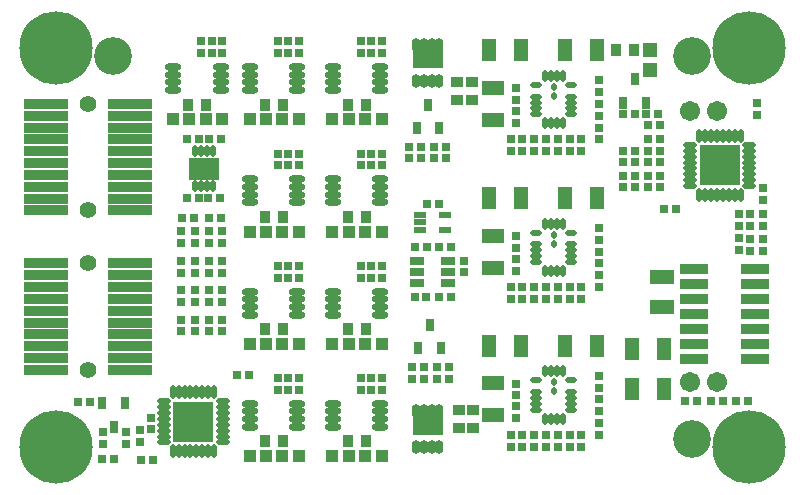
<source format=gbs>
G04 Layer_Color=16711935*
%FSLAX44Y44*%
%MOMM*%
G71*
G01*
G75*
G04:AMPARAMS|DCode=103|XSize=0.5032mm|YSize=1.0032mm|CornerRadius=0.1766mm|HoleSize=0mm|Usage=FLASHONLY|Rotation=270.000|XOffset=0mm|YOffset=0mm|HoleType=Round|Shape=RoundedRectangle|*
%AMROUNDEDRECTD103*
21,1,0.5032,0.6500,0,0,270.0*
21,1,0.1500,1.0032,0,0,270.0*
1,1,0.3532,-0.3250,-0.0750*
1,1,0.3532,-0.3250,0.0750*
1,1,0.3532,0.3250,0.0750*
1,1,0.3532,0.3250,-0.0750*
%
%ADD103ROUNDEDRECTD103*%
%ADD106R,0.9032X1.1032*%
%ADD120R,0.8032X0.8032*%
%ADD121R,0.8032X0.8032*%
%ADD124C,1.3932*%
%ADD125C,3.2032*%
%ADD126C,6.2032*%
%ADD127C,1.7032*%
%ADD128R,0.7532X1.0032*%
%ADD129R,1.2032X1.3032*%
%ADD130R,1.0032X1.1032*%
G04:AMPARAMS|DCode=131|XSize=0.6532mm|YSize=1.1032mm|CornerRadius=0.2141mm|HoleSize=0mm|Usage=FLASHONLY|Rotation=0.000|XOffset=0mm|YOffset=0mm|HoleType=Round|Shape=RoundedRectangle|*
%AMROUNDEDRECTD131*
21,1,0.6532,0.6750,0,0,0.0*
21,1,0.2250,1.1032,0,0,0.0*
1,1,0.4282,0.1125,-0.3375*
1,1,0.4282,-0.1125,-0.3375*
1,1,0.4282,-0.1125,0.3375*
1,1,0.4282,0.1125,0.3375*
%
%ADD131ROUNDEDRECTD131*%
%ADD132R,2.6032X1.9032*%
%ADD133R,1.3032X1.9032*%
%ADD134R,2.4032X0.8532*%
G04:AMPARAMS|DCode=135|XSize=0.6032mm|YSize=1.3032mm|CornerRadius=0.2016mm|HoleSize=0mm|Usage=FLASHONLY|Rotation=270.000|XOffset=0mm|YOffset=0mm|HoleType=Round|Shape=RoundedRectangle|*
%AMROUNDEDRECTD135*
21,1,0.6032,0.9000,0,0,270.0*
21,1,0.2000,1.3032,0,0,270.0*
1,1,0.4032,-0.4500,-0.1000*
1,1,0.4032,-0.4500,0.1000*
1,1,0.4032,0.4500,0.1000*
1,1,0.4032,0.4500,-0.1000*
%
%ADD135ROUNDEDRECTD135*%
%ADD136R,1.9032X1.3032*%
G04:AMPARAMS|DCode=137|XSize=0.5032mm|YSize=1.0032mm|CornerRadius=0.1766mm|HoleSize=0mm|Usage=FLASHONLY|Rotation=0.000|XOffset=0mm|YOffset=0mm|HoleType=Round|Shape=RoundedRectangle|*
%AMROUNDEDRECTD137*
21,1,0.5032,0.6500,0,0,0.0*
21,1,0.1500,1.0032,0,0,0.0*
1,1,0.3532,0.0750,-0.3250*
1,1,0.3532,-0.0750,-0.3250*
1,1,0.3532,-0.0750,0.3250*
1,1,0.3532,0.0750,0.3250*
%
%ADD137ROUNDEDRECTD137*%
G04:AMPARAMS|DCode=138|XSize=0.4732mm|YSize=0.6532mm|CornerRadius=0.1691mm|HoleSize=0mm|Usage=FLASHONLY|Rotation=0.000|XOffset=0mm|YOffset=0mm|HoleType=Round|Shape=RoundedRectangle|*
%AMROUNDEDRECTD138*
21,1,0.4732,0.3150,0,0,0.0*
21,1,0.1350,0.6532,0,0,0.0*
1,1,0.3382,0.0675,-0.1575*
1,1,0.3382,-0.0675,-0.1575*
1,1,0.3382,-0.0675,0.1575*
1,1,0.3382,0.0675,0.1575*
%
%ADD138ROUNDEDRECTD138*%
%ADD139R,2.0032X1.2032*%
%ADD140R,3.7532X0.8132*%
%ADD141R,1.2032X0.7532*%
%ADD142R,1.0032X0.6032*%
G04:AMPARAMS|DCode=143|XSize=0.5032mm|YSize=1.2032mm|CornerRadius=0.1766mm|HoleSize=0mm|Usage=FLASHONLY|Rotation=0.000|XOffset=0mm|YOffset=0mm|HoleType=Round|Shape=RoundedRectangle|*
%AMROUNDEDRECTD143*
21,1,0.5032,0.8500,0,0,0.0*
21,1,0.1500,1.2032,0,0,0.0*
1,1,0.3532,0.0750,-0.4250*
1,1,0.3532,-0.0750,-0.4250*
1,1,0.3532,-0.0750,0.4250*
1,1,0.3532,0.0750,0.4250*
%
%ADD143ROUNDEDRECTD143*%
G04:AMPARAMS|DCode=144|XSize=0.5032mm|YSize=1.2032mm|CornerRadius=0.1766mm|HoleSize=0mm|Usage=FLASHONLY|Rotation=90.000|XOffset=0mm|YOffset=0mm|HoleType=Round|Shape=RoundedRectangle|*
%AMROUNDEDRECTD144*
21,1,0.5032,0.8500,0,0,90.0*
21,1,0.1500,1.2032,0,0,90.0*
1,1,0.3532,0.4250,0.0750*
1,1,0.3532,0.4250,-0.0750*
1,1,0.3532,-0.4250,-0.0750*
1,1,0.3532,-0.4250,0.0750*
%
%ADD144ROUNDEDRECTD144*%
%ADD145R,3.3532X3.3532*%
%ADD146R,3.3532X3.3532*%
%ADD147R,2.6032X1.8532*%
%ADD148R,1.1032X0.9032*%
D103*
X406571Y281243D02*
D03*
Y286243D02*
D03*
Y291243D02*
D03*
Y296243D02*
D03*
Y306243D02*
D03*
X436571D02*
D03*
Y296243D02*
D03*
Y291243D02*
D03*
Y286243D02*
D03*
Y281243D02*
D03*
X406571Y156243D02*
D03*
Y161243D02*
D03*
Y166243D02*
D03*
Y171243D02*
D03*
Y181243D02*
D03*
X436571D02*
D03*
Y171243D02*
D03*
Y166243D02*
D03*
Y161243D02*
D03*
Y156243D02*
D03*
X406571Y31242D02*
D03*
Y36242D02*
D03*
Y41242D02*
D03*
Y46242D02*
D03*
Y56242D02*
D03*
X436571D02*
D03*
Y46242D02*
D03*
Y41242D02*
D03*
Y36242D02*
D03*
Y31242D02*
D03*
D106*
X127250Y289500D02*
D03*
X112250D02*
D03*
X192250D02*
D03*
X177250D02*
D03*
X262250D02*
D03*
X247250D02*
D03*
X192250Y194500D02*
D03*
X177250D02*
D03*
X262250D02*
D03*
X247250D02*
D03*
X192250Y99500D02*
D03*
X177250D02*
D03*
X262250D02*
D03*
X247250D02*
D03*
X192250Y4500D02*
D03*
X177250D02*
D03*
X262250D02*
D03*
X247250D02*
D03*
X489250Y335750D02*
D03*
X474250D02*
D03*
D120*
X330750Y254000D02*
D03*
Y244000D02*
D03*
X320167Y254000D02*
D03*
Y244000D02*
D03*
X299000Y254000D02*
D03*
Y244000D02*
D03*
X333000Y57500D02*
D03*
Y67500D02*
D03*
X322417Y57500D02*
D03*
Y67500D02*
D03*
X301250Y57500D02*
D03*
Y67500D02*
D03*
X309583Y254000D02*
D03*
Y244000D02*
D03*
X311833Y57500D02*
D03*
Y67500D02*
D03*
X593750Y290750D02*
D03*
Y280750D02*
D03*
X588000Y196500D02*
D03*
Y186500D02*
D03*
X599000Y196500D02*
D03*
Y186500D02*
D03*
X588000Y176000D02*
D03*
Y166000D02*
D03*
X599000D02*
D03*
Y176000D02*
D03*
X188000Y48000D02*
D03*
Y58000D02*
D03*
X258000D02*
D03*
Y48000D02*
D03*
X188000Y143000D02*
D03*
Y153000D02*
D03*
X258000D02*
D03*
Y143000D02*
D03*
X188000Y238000D02*
D03*
Y248000D02*
D03*
X258000D02*
D03*
Y238000D02*
D03*
Y333000D02*
D03*
Y343000D02*
D03*
X188000D02*
D03*
Y333000D02*
D03*
X123000D02*
D03*
Y343000D02*
D03*
X117437Y107500D02*
D03*
Y97500D02*
D03*
X140719D02*
D03*
Y107500D02*
D03*
X117437Y132417D02*
D03*
Y122417D02*
D03*
X140719D02*
D03*
Y132417D02*
D03*
X117437Y157333D02*
D03*
Y147333D02*
D03*
X140719D02*
D03*
Y157333D02*
D03*
Y172250D02*
D03*
Y182250D02*
D03*
X117437D02*
D03*
Y172250D02*
D03*
X389571Y43243D02*
D03*
Y53243D02*
D03*
Y178242D02*
D03*
Y168242D02*
D03*
Y293242D02*
D03*
Y303242D02*
D03*
X425000Y10000D02*
D03*
Y0D02*
D03*
Y125000D02*
D03*
Y135000D02*
D03*
Y260000D02*
D03*
Y250000D02*
D03*
X460000Y20000D02*
D03*
Y10000D02*
D03*
Y135000D02*
D03*
Y145000D02*
D03*
Y270000D02*
D03*
Y260000D02*
D03*
X389571Y23993D02*
D03*
Y33993D02*
D03*
Y158993D02*
D03*
Y148993D02*
D03*
Y273993D02*
D03*
Y283993D02*
D03*
X405000Y0D02*
D03*
Y10000D02*
D03*
Y135000D02*
D03*
Y125000D02*
D03*
Y250000D02*
D03*
Y260000D02*
D03*
X206000Y58000D02*
D03*
Y48000D02*
D03*
X276000D02*
D03*
Y58000D02*
D03*
X206000Y153000D02*
D03*
Y143000D02*
D03*
X276000D02*
D03*
Y153000D02*
D03*
X206000Y248000D02*
D03*
Y238000D02*
D03*
X276000D02*
D03*
Y248000D02*
D03*
Y343000D02*
D03*
Y333000D02*
D03*
X206000D02*
D03*
Y343000D02*
D03*
X141000D02*
D03*
Y333000D02*
D03*
X197000Y48000D02*
D03*
Y58000D02*
D03*
X267000D02*
D03*
Y48000D02*
D03*
X197000Y143000D02*
D03*
Y153000D02*
D03*
X267000D02*
D03*
Y143000D02*
D03*
X197000Y238000D02*
D03*
Y248000D02*
D03*
X267000D02*
D03*
Y238000D02*
D03*
Y333000D02*
D03*
Y343000D02*
D03*
X197000D02*
D03*
Y333000D02*
D03*
X132000D02*
D03*
Y343000D02*
D03*
X106094Y107500D02*
D03*
Y97500D02*
D03*
X129375D02*
D03*
Y107500D02*
D03*
X106094Y132417D02*
D03*
Y122417D02*
D03*
X129375D02*
D03*
Y132417D02*
D03*
X106094Y157333D02*
D03*
Y147333D02*
D03*
X129375D02*
D03*
Y157333D02*
D03*
Y172250D02*
D03*
Y182250D02*
D03*
X106094D02*
D03*
Y172250D02*
D03*
X460000Y60000D02*
D03*
Y50000D02*
D03*
Y175000D02*
D03*
Y185000D02*
D03*
Y310000D02*
D03*
Y300000D02*
D03*
X395000Y10000D02*
D03*
Y0D02*
D03*
Y125000D02*
D03*
Y135000D02*
D03*
Y260000D02*
D03*
Y250000D02*
D03*
X415000Y0D02*
D03*
Y10000D02*
D03*
Y135000D02*
D03*
Y125000D02*
D03*
Y250000D02*
D03*
Y260000D02*
D03*
X435000Y0D02*
D03*
Y10000D02*
D03*
Y135000D02*
D03*
Y125000D02*
D03*
Y250000D02*
D03*
Y260000D02*
D03*
X345250Y147500D02*
D03*
Y157500D02*
D03*
X445000Y0D02*
D03*
Y10000D02*
D03*
Y135000D02*
D03*
Y125000D02*
D03*
Y250000D02*
D03*
Y260000D02*
D03*
X460000Y40000D02*
D03*
Y30000D02*
D03*
Y155000D02*
D03*
Y165000D02*
D03*
Y290000D02*
D03*
Y280000D02*
D03*
X385000Y10000D02*
D03*
Y0D02*
D03*
Y125000D02*
D03*
Y135000D02*
D03*
Y260000D02*
D03*
Y250000D02*
D03*
X599000Y218750D02*
D03*
Y208750D02*
D03*
X59500Y2000D02*
D03*
Y12000D02*
D03*
X39750Y12250D02*
D03*
Y2250D02*
D03*
X578750Y176250D02*
D03*
Y166250D02*
D03*
X578500Y196500D02*
D03*
Y186500D02*
D03*
X80500Y24500D02*
D03*
Y14500D02*
D03*
X71500Y13750D02*
D03*
Y3750D02*
D03*
D121*
X121250Y260500D02*
D03*
X111250D02*
D03*
Y210500D02*
D03*
X121250D02*
D03*
X129250D02*
D03*
X139250D02*
D03*
X139500Y260500D02*
D03*
X129500D02*
D03*
X511500Y272000D02*
D03*
X501500D02*
D03*
X515250Y200750D02*
D03*
X525250D02*
D03*
X19000Y37500D02*
D03*
X29000D02*
D03*
X554500Y39000D02*
D03*
X564500D02*
D03*
X543000Y39000D02*
D03*
X533000D02*
D03*
X586000Y39000D02*
D03*
X576000D02*
D03*
X334250Y168750D02*
D03*
X324250D02*
D03*
X490500Y219500D02*
D03*
X480500D02*
D03*
X511500D02*
D03*
X501500D02*
D03*
X490500Y229000D02*
D03*
X480500D02*
D03*
X511500D02*
D03*
X501500D02*
D03*
X490500Y241000D02*
D03*
X480500D02*
D03*
X511500D02*
D03*
X501500D02*
D03*
Y260000D02*
D03*
X511500D02*
D03*
Y250500D02*
D03*
X501500D02*
D03*
X490500D02*
D03*
X480500D02*
D03*
X107250Y193750D02*
D03*
X117250D02*
D03*
X39250Y-10750D02*
D03*
X49250D02*
D03*
X153250Y60250D02*
D03*
X163250D02*
D03*
X324500Y205250D02*
D03*
X314500D02*
D03*
X304000Y168750D02*
D03*
X314000D02*
D03*
X303750Y126250D02*
D03*
X313750D02*
D03*
X139500Y193750D02*
D03*
X129500D02*
D03*
X324250Y126250D02*
D03*
X334250D02*
D03*
X499500Y281750D02*
D03*
X509500D02*
D03*
X480500Y281750D02*
D03*
X490500D02*
D03*
X72000Y-11000D02*
D03*
X82000D02*
D03*
D124*
X27000Y155000D02*
D03*
Y65000D02*
D03*
Y200000D02*
D03*
Y290000D02*
D03*
D125*
X48650Y330650D02*
D03*
X538650Y6650D02*
D03*
Y330650D02*
D03*
D126*
X587300Y0D02*
D03*
Y337300D02*
D03*
X0D02*
D03*
Y0D02*
D03*
D127*
X559550Y284250D02*
D03*
Y54450D02*
D03*
X536950D02*
D03*
Y284250D02*
D03*
D128*
X49000Y16750D02*
D03*
X39500Y36750D02*
D03*
X58500D02*
D03*
X490000Y311000D02*
D03*
X499500Y291000D02*
D03*
X480500D02*
D03*
X305500Y269500D02*
D03*
X324500D02*
D03*
X315000Y289500D02*
D03*
X316500Y103250D02*
D03*
X326000Y83250D02*
D03*
X307000D02*
D03*
D129*
X503250Y335750D02*
D03*
Y318750D02*
D03*
D130*
X126750Y277000D02*
D03*
X140750D02*
D03*
X113000Y277000D02*
D03*
X99000D02*
D03*
X191750Y277000D02*
D03*
X205750D02*
D03*
X178000Y277000D02*
D03*
X164000D02*
D03*
X261750Y277000D02*
D03*
X275750D02*
D03*
X248000Y277000D02*
D03*
X234000D02*
D03*
X191750Y182000D02*
D03*
X205750D02*
D03*
X178000Y182000D02*
D03*
X164000D02*
D03*
X261750Y182000D02*
D03*
X275750D02*
D03*
X248000Y182000D02*
D03*
X234000D02*
D03*
X191750Y87000D02*
D03*
X205750D02*
D03*
X178000Y87000D02*
D03*
X164000D02*
D03*
X191750Y-8000D02*
D03*
X205750D02*
D03*
X261750Y87000D02*
D03*
X275750D02*
D03*
X248000Y87000D02*
D03*
X234000D02*
D03*
X178000Y-8000D02*
D03*
X164000D02*
D03*
X261750Y-8000D02*
D03*
X275750D02*
D03*
X248000Y-8000D02*
D03*
X234000D02*
D03*
D131*
X324750Y309750D02*
D03*
X318250D02*
D03*
X311750D02*
D03*
X305250D02*
D03*
Y340250D02*
D03*
X311750D02*
D03*
X318250D02*
D03*
X324750D02*
D03*
Y-250D02*
D03*
X318250D02*
D03*
X311750D02*
D03*
X305250D02*
D03*
Y30250D02*
D03*
X311750D02*
D03*
X318250D02*
D03*
X324750D02*
D03*
D132*
X315000Y329500D02*
D03*
Y19500D02*
D03*
D133*
X393500Y85500D02*
D03*
X366500D02*
D03*
X431500Y335500D02*
D03*
X458500D02*
D03*
X431500Y210500D02*
D03*
X458500D02*
D03*
X431500Y85500D02*
D03*
X458500D02*
D03*
X515250Y82500D02*
D03*
X488250D02*
D03*
X515250Y49000D02*
D03*
X488250D02*
D03*
X393500Y210500D02*
D03*
X366500D02*
D03*
X393500Y335500D02*
D03*
X366500D02*
D03*
D134*
X540000Y73900D02*
D03*
Y86600D02*
D03*
Y99300D02*
D03*
Y112000D02*
D03*
Y124700D02*
D03*
Y137400D02*
D03*
Y150100D02*
D03*
X592000Y73900D02*
D03*
Y86600D02*
D03*
Y99300D02*
D03*
Y112000D02*
D03*
Y124700D02*
D03*
Y137400D02*
D03*
Y150100D02*
D03*
D135*
X234500Y206750D02*
D03*
Y213250D02*
D03*
Y219750D02*
D03*
Y226250D02*
D03*
X274500Y206750D02*
D03*
Y213250D02*
D03*
Y219750D02*
D03*
Y226250D02*
D03*
X99500Y301750D02*
D03*
Y308250D02*
D03*
Y314750D02*
D03*
Y321250D02*
D03*
X139500Y301750D02*
D03*
Y308250D02*
D03*
Y314750D02*
D03*
Y321250D02*
D03*
X164500Y301750D02*
D03*
Y308250D02*
D03*
Y314750D02*
D03*
Y321250D02*
D03*
X204500Y301750D02*
D03*
Y308250D02*
D03*
Y314750D02*
D03*
Y321250D02*
D03*
X234500Y301750D02*
D03*
Y308250D02*
D03*
Y314750D02*
D03*
Y321250D02*
D03*
X274500Y301750D02*
D03*
Y308250D02*
D03*
Y314750D02*
D03*
Y321250D02*
D03*
X164500Y206750D02*
D03*
Y213250D02*
D03*
Y219750D02*
D03*
Y226250D02*
D03*
X204500Y206750D02*
D03*
Y213250D02*
D03*
Y219750D02*
D03*
Y226250D02*
D03*
X234500Y111750D02*
D03*
Y118250D02*
D03*
Y124750D02*
D03*
Y131250D02*
D03*
X274500Y111750D02*
D03*
Y118250D02*
D03*
Y124750D02*
D03*
Y131250D02*
D03*
X164500Y111750D02*
D03*
Y118250D02*
D03*
Y124750D02*
D03*
Y131250D02*
D03*
X204500Y111750D02*
D03*
Y118250D02*
D03*
Y124750D02*
D03*
Y131250D02*
D03*
X234500Y16750D02*
D03*
Y23250D02*
D03*
Y29750D02*
D03*
Y36250D02*
D03*
X274500Y16750D02*
D03*
Y23250D02*
D03*
Y29750D02*
D03*
Y36250D02*
D03*
X164500Y16750D02*
D03*
Y23250D02*
D03*
Y29750D02*
D03*
Y36250D02*
D03*
X204500Y16750D02*
D03*
Y23250D02*
D03*
Y29750D02*
D03*
Y36250D02*
D03*
D136*
X370000Y303500D02*
D03*
Y276500D02*
D03*
Y178500D02*
D03*
Y151500D02*
D03*
Y53500D02*
D03*
Y26500D02*
D03*
D137*
X414071Y313743D02*
D03*
X419071D02*
D03*
X424071D02*
D03*
X429071D02*
D03*
Y273743D02*
D03*
X424071D02*
D03*
X419071D02*
D03*
X414071D02*
D03*
Y188743D02*
D03*
X419071D02*
D03*
X424071D02*
D03*
X429071D02*
D03*
Y148743D02*
D03*
X424071D02*
D03*
X419071D02*
D03*
X414071D02*
D03*
X414071Y63742D02*
D03*
X419071D02*
D03*
X424071D02*
D03*
X429071D02*
D03*
Y23742D02*
D03*
X424071D02*
D03*
X419071D02*
D03*
X414071D02*
D03*
X117750Y220250D02*
D03*
X122750D02*
D03*
X127750D02*
D03*
X132750D02*
D03*
Y250250D02*
D03*
X127750D02*
D03*
X122750D02*
D03*
X117750D02*
D03*
D138*
X421571Y296793D02*
D03*
Y304492D02*
D03*
Y171793D02*
D03*
Y179492D02*
D03*
X421571Y46792D02*
D03*
Y54493D02*
D03*
D139*
X513000Y118500D02*
D03*
Y143500D02*
D03*
D140*
X-8550Y65000D02*
D03*
Y75000D02*
D03*
Y85000D02*
D03*
Y95000D02*
D03*
Y105000D02*
D03*
Y115000D02*
D03*
Y125000D02*
D03*
Y135000D02*
D03*
Y145000D02*
D03*
Y155000D02*
D03*
X62550D02*
D03*
Y145000D02*
D03*
Y135000D02*
D03*
Y125000D02*
D03*
Y115000D02*
D03*
Y105000D02*
D03*
Y95000D02*
D03*
Y85000D02*
D03*
Y75000D02*
D03*
Y65000D02*
D03*
Y200000D02*
D03*
Y210000D02*
D03*
Y220000D02*
D03*
Y230000D02*
D03*
Y240000D02*
D03*
Y250000D02*
D03*
Y260000D02*
D03*
Y270000D02*
D03*
Y280000D02*
D03*
Y290000D02*
D03*
X-8550D02*
D03*
Y280000D02*
D03*
Y270000D02*
D03*
Y260000D02*
D03*
Y250000D02*
D03*
Y240000D02*
D03*
Y230000D02*
D03*
Y220000D02*
D03*
Y210000D02*
D03*
Y200000D02*
D03*
D141*
X332000Y138250D02*
D03*
Y147750D02*
D03*
Y157250D02*
D03*
X306000Y157250D02*
D03*
Y147750D02*
D03*
Y138250D02*
D03*
D142*
X329750Y183250D02*
D03*
Y196250D02*
D03*
X308250D02*
D03*
Y189750D02*
D03*
Y183250D02*
D03*
D143*
X579750Y213000D02*
D03*
X574750D02*
D03*
X569750D02*
D03*
X564750D02*
D03*
X559750D02*
D03*
X554750D02*
D03*
X549750D02*
D03*
X544750D02*
D03*
Y263000D02*
D03*
X549750D02*
D03*
X554750D02*
D03*
X559750D02*
D03*
X564750D02*
D03*
X569750D02*
D03*
X574750D02*
D03*
X579750D02*
D03*
X99000Y-4000D02*
D03*
X104000D02*
D03*
X109000D02*
D03*
X114000D02*
D03*
X119000D02*
D03*
X124000D02*
D03*
X129000D02*
D03*
X134000D02*
D03*
Y46000D02*
D03*
X129000D02*
D03*
X124000D02*
D03*
X119000D02*
D03*
X114000D02*
D03*
X109000D02*
D03*
X104000D02*
D03*
X99000D02*
D03*
D144*
X537250Y220500D02*
D03*
Y225500D02*
D03*
Y230500D02*
D03*
Y235500D02*
D03*
Y240500D02*
D03*
Y245500D02*
D03*
Y250500D02*
D03*
Y255500D02*
D03*
X587250D02*
D03*
Y250500D02*
D03*
Y245500D02*
D03*
Y240500D02*
D03*
Y235500D02*
D03*
Y230500D02*
D03*
Y225500D02*
D03*
Y220500D02*
D03*
X141500Y3500D02*
D03*
Y8500D02*
D03*
Y13500D02*
D03*
Y18500D02*
D03*
Y23500D02*
D03*
Y28500D02*
D03*
Y33500D02*
D03*
Y38500D02*
D03*
X91500D02*
D03*
Y33500D02*
D03*
Y28500D02*
D03*
Y23500D02*
D03*
Y18500D02*
D03*
Y13500D02*
D03*
Y8500D02*
D03*
Y3500D02*
D03*
D145*
X562250Y238000D02*
D03*
D146*
X116500Y21000D02*
D03*
D147*
X125250Y235250D02*
D03*
D148*
X352250Y308250D02*
D03*
Y293250D02*
D03*
X339750Y308250D02*
D03*
Y293250D02*
D03*
X353500Y16000D02*
D03*
Y31000D02*
D03*
X341500Y16000D02*
D03*
Y31000D02*
D03*
M02*

</source>
